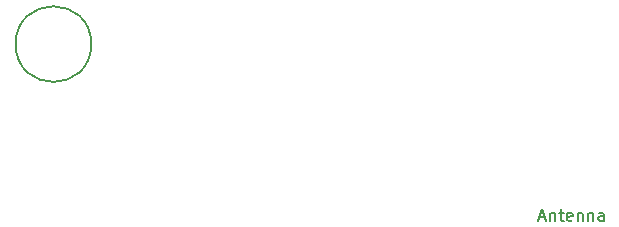
<source format=gbr>
%TF.GenerationSoftware,KiCad,Pcbnew,(7.0.0)*%
%TF.CreationDate,2023-08-02T13:28:58+12:00*%
%TF.ProjectId,VehicleCurrentSense_PCB,56656869-636c-4654-9375-7272656e7453,V1.0*%
%TF.SameCoordinates,Original*%
%TF.FileFunction,Other,Comment*%
%FSLAX46Y46*%
G04 Gerber Fmt 4.6, Leading zero omitted, Abs format (unit mm)*
G04 Created by KiCad (PCBNEW (7.0.0)) date 2023-08-02 13:28:58*
%MOMM*%
%LPD*%
G01*
G04 APERTURE LIST*
%ADD10C,0.150000*%
G04 APERTURE END LIST*
D10*
%TO.C,U7*%
X156238095Y-102166666D02*
X156714285Y-102166666D01*
X156142857Y-102452380D02*
X156476190Y-101452380D01*
X156476190Y-101452380D02*
X156809523Y-102452380D01*
X157142857Y-101785714D02*
X157142857Y-102452380D01*
X157142857Y-101880952D02*
X157190476Y-101833333D01*
X157190476Y-101833333D02*
X157285714Y-101785714D01*
X157285714Y-101785714D02*
X157428571Y-101785714D01*
X157428571Y-101785714D02*
X157523809Y-101833333D01*
X157523809Y-101833333D02*
X157571428Y-101928571D01*
X157571428Y-101928571D02*
X157571428Y-102452380D01*
X157904762Y-101785714D02*
X158285714Y-101785714D01*
X158047619Y-101452380D02*
X158047619Y-102309523D01*
X158047619Y-102309523D02*
X158095238Y-102404761D01*
X158095238Y-102404761D02*
X158190476Y-102452380D01*
X158190476Y-102452380D02*
X158285714Y-102452380D01*
X159000000Y-102404761D02*
X158904762Y-102452380D01*
X158904762Y-102452380D02*
X158714286Y-102452380D01*
X158714286Y-102452380D02*
X158619048Y-102404761D01*
X158619048Y-102404761D02*
X158571429Y-102309523D01*
X158571429Y-102309523D02*
X158571429Y-101928571D01*
X158571429Y-101928571D02*
X158619048Y-101833333D01*
X158619048Y-101833333D02*
X158714286Y-101785714D01*
X158714286Y-101785714D02*
X158904762Y-101785714D01*
X158904762Y-101785714D02*
X159000000Y-101833333D01*
X159000000Y-101833333D02*
X159047619Y-101928571D01*
X159047619Y-101928571D02*
X159047619Y-102023809D01*
X159047619Y-102023809D02*
X158571429Y-102119047D01*
X159476191Y-101785714D02*
X159476191Y-102452380D01*
X159476191Y-101880952D02*
X159523810Y-101833333D01*
X159523810Y-101833333D02*
X159619048Y-101785714D01*
X159619048Y-101785714D02*
X159761905Y-101785714D01*
X159761905Y-101785714D02*
X159857143Y-101833333D01*
X159857143Y-101833333D02*
X159904762Y-101928571D01*
X159904762Y-101928571D02*
X159904762Y-102452380D01*
X160380953Y-101785714D02*
X160380953Y-102452380D01*
X160380953Y-101880952D02*
X160428572Y-101833333D01*
X160428572Y-101833333D02*
X160523810Y-101785714D01*
X160523810Y-101785714D02*
X160666667Y-101785714D01*
X160666667Y-101785714D02*
X160761905Y-101833333D01*
X160761905Y-101833333D02*
X160809524Y-101928571D01*
X160809524Y-101928571D02*
X160809524Y-102452380D01*
X161714286Y-102452380D02*
X161714286Y-101928571D01*
X161714286Y-101928571D02*
X161666667Y-101833333D01*
X161666667Y-101833333D02*
X161571429Y-101785714D01*
X161571429Y-101785714D02*
X161380953Y-101785714D01*
X161380953Y-101785714D02*
X161285715Y-101833333D01*
X161714286Y-102404761D02*
X161619048Y-102452380D01*
X161619048Y-102452380D02*
X161380953Y-102452380D01*
X161380953Y-102452380D02*
X161285715Y-102404761D01*
X161285715Y-102404761D02*
X161238096Y-102309523D01*
X161238096Y-102309523D02*
X161238096Y-102214285D01*
X161238096Y-102214285D02*
X161285715Y-102119047D01*
X161285715Y-102119047D02*
X161380953Y-102071428D01*
X161380953Y-102071428D02*
X161619048Y-102071428D01*
X161619048Y-102071428D02*
X161714286Y-102023809D01*
%TO.C,H2*%
X118300000Y-87500000D02*
G75*
G03*
X118300000Y-87500000I-3200000J0D01*
G01*
%TD*%
M02*

</source>
